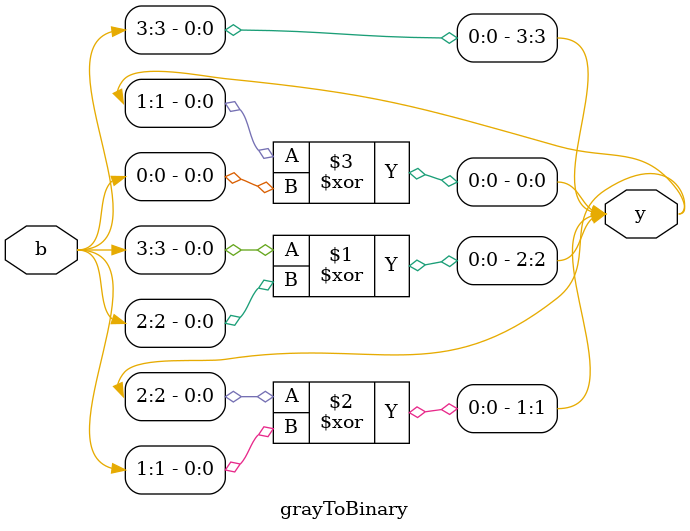
<source format=v>
`timescale 1ns / 1ps
module grayToBinary(
    input [3:0] b,
    output[3:0] y
    );
    
    
    
    assign y[3]=b[3];
    assign y[2]=y[3]^b[2];
    assign y[1]=y[2]^b[1];
    assign y[0]= y[1]^b[0];
    
endmodule

</source>
